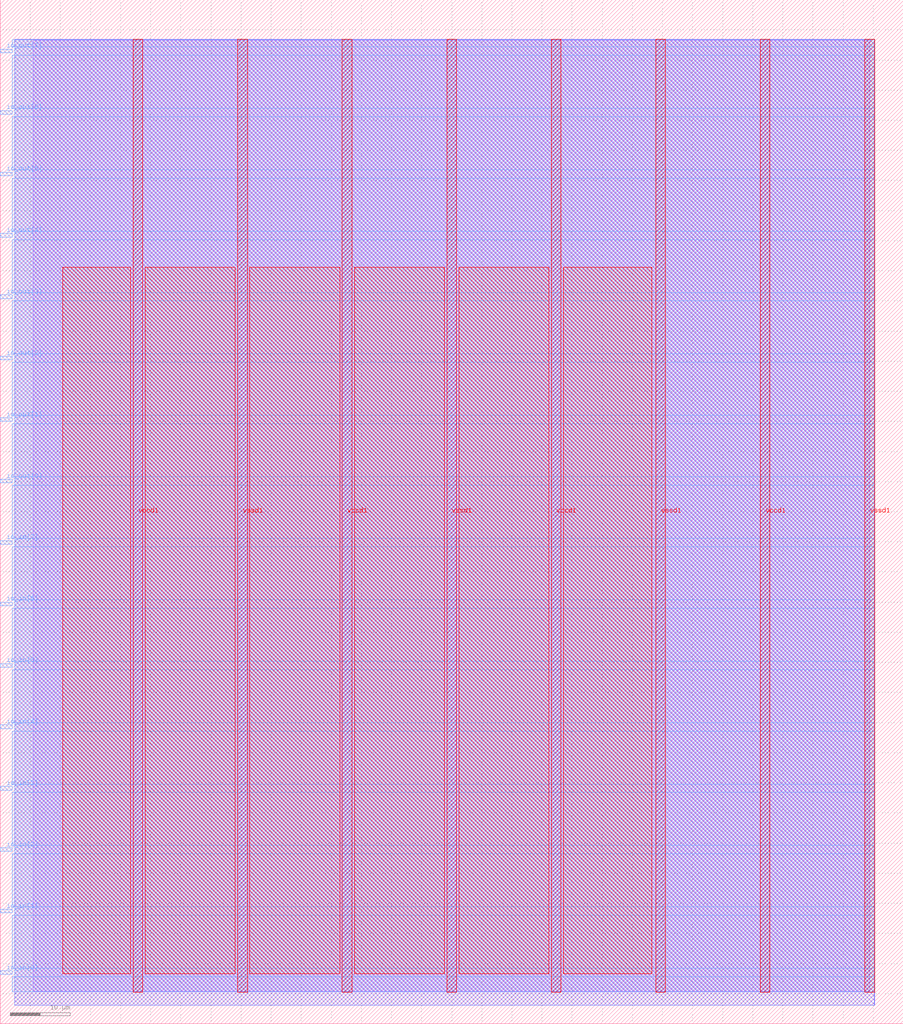
<source format=lef>
VERSION 5.7 ;
  NOWIREEXTENSIONATPIN ON ;
  DIVIDERCHAR "/" ;
  BUSBITCHARS "[]" ;
MACRO gbsha_ttfir_top
  CLASS BLOCK ;
  FOREIGN gbsha_ttfir_top ;
  ORIGIN 0.000 0.000 ;
  SIZE 150.000 BY 170.000 ;
  PIN io_in[0]
    DIRECTION INPUT ;
    USE SIGNAL ;
    PORT
      LAYER met3 ;
        RECT 0.000 8.200 2.000 8.800 ;
    END
  END io_in[0]
  PIN io_in[1]
    DIRECTION INPUT ;
    USE SIGNAL ;
    PORT
      LAYER met3 ;
        RECT 0.000 18.400 2.000 19.000 ;
    END
  END io_in[1]
  PIN io_in[2]
    DIRECTION INPUT ;
    USE SIGNAL ;
    PORT
      LAYER met3 ;
        RECT 0.000 28.600 2.000 29.200 ;
    END
  END io_in[2]
  PIN io_in[3]
    DIRECTION INPUT ;
    USE SIGNAL ;
    PORT
      LAYER met3 ;
        RECT 0.000 38.800 2.000 39.400 ;
    END
  END io_in[3]
  PIN io_in[4]
    DIRECTION INPUT ;
    USE SIGNAL ;
    PORT
      LAYER met3 ;
        RECT 0.000 49.000 2.000 49.600 ;
    END
  END io_in[4]
  PIN io_in[5]
    DIRECTION INPUT ;
    USE SIGNAL ;
    PORT
      LAYER met3 ;
        RECT 0.000 59.200 2.000 59.800 ;
    END
  END io_in[5]
  PIN io_in[6]
    DIRECTION INPUT ;
    USE SIGNAL ;
    PORT
      LAYER met3 ;
        RECT 0.000 69.400 2.000 70.000 ;
    END
  END io_in[6]
  PIN io_in[7]
    DIRECTION INPUT ;
    USE SIGNAL ;
    PORT
      LAYER met3 ;
        RECT 0.000 79.600 2.000 80.200 ;
    END
  END io_in[7]
  PIN io_out[0]
    DIRECTION OUTPUT TRISTATE ;
    USE SIGNAL ;
    PORT
      LAYER met3 ;
        RECT 0.000 89.800 2.000 90.400 ;
    END
  END io_out[0]
  PIN io_out[1]
    DIRECTION OUTPUT TRISTATE ;
    USE SIGNAL ;
    PORT
      LAYER met3 ;
        RECT 0.000 100.000 2.000 100.600 ;
    END
  END io_out[1]
  PIN io_out[2]
    DIRECTION OUTPUT TRISTATE ;
    USE SIGNAL ;
    PORT
      LAYER met3 ;
        RECT 0.000 110.200 2.000 110.800 ;
    END
  END io_out[2]
  PIN io_out[3]
    DIRECTION OUTPUT TRISTATE ;
    USE SIGNAL ;
    PORT
      LAYER met3 ;
        RECT 0.000 120.400 2.000 121.000 ;
    END
  END io_out[3]
  PIN io_out[4]
    DIRECTION OUTPUT TRISTATE ;
    USE SIGNAL ;
    PORT
      LAYER met3 ;
        RECT 0.000 130.600 2.000 131.200 ;
    END
  END io_out[4]
  PIN io_out[5]
    DIRECTION OUTPUT TRISTATE ;
    USE SIGNAL ;
    PORT
      LAYER met3 ;
        RECT 0.000 140.800 2.000 141.400 ;
    END
  END io_out[5]
  PIN io_out[6]
    DIRECTION OUTPUT TRISTATE ;
    USE SIGNAL ;
    PORT
      LAYER met3 ;
        RECT 0.000 151.000 2.000 151.600 ;
    END
  END io_out[6]
  PIN io_out[7]
    DIRECTION OUTPUT TRISTATE ;
    USE SIGNAL ;
    PORT
      LAYER met3 ;
        RECT 0.000 161.200 2.000 161.800 ;
    END
  END io_out[7]
  PIN vccd1
    DIRECTION INOUT ;
    USE POWER ;
    PORT
      LAYER met4 ;
        RECT 22.085 5.200 23.685 163.440 ;
    END
    PORT
      LAYER met4 ;
        RECT 56.815 5.200 58.415 163.440 ;
    END
    PORT
      LAYER met4 ;
        RECT 91.545 5.200 93.145 163.440 ;
    END
    PORT
      LAYER met4 ;
        RECT 126.275 5.200 127.875 163.440 ;
    END
  END vccd1
  PIN vssd1
    DIRECTION INOUT ;
    USE GROUND ;
    PORT
      LAYER met4 ;
        RECT 39.450 5.200 41.050 163.440 ;
    END
    PORT
      LAYER met4 ;
        RECT 74.180 5.200 75.780 163.440 ;
    END
    PORT
      LAYER met4 ;
        RECT 108.910 5.200 110.510 163.440 ;
    END
    PORT
      LAYER met4 ;
        RECT 143.640 5.200 145.240 163.440 ;
    END
  END vssd1
  OBS
      LAYER li1 ;
        RECT 5.520 5.355 144.440 163.285 ;
      LAYER met1 ;
        RECT 2.370 3.100 145.240 163.440 ;
      LAYER met2 ;
        RECT 2.390 3.070 145.210 163.385 ;
      LAYER met3 ;
        RECT 2.000 162.200 145.230 163.365 ;
        RECT 2.400 160.800 145.230 162.200 ;
        RECT 2.000 152.000 145.230 160.800 ;
        RECT 2.400 150.600 145.230 152.000 ;
        RECT 2.000 141.800 145.230 150.600 ;
        RECT 2.400 140.400 145.230 141.800 ;
        RECT 2.000 131.600 145.230 140.400 ;
        RECT 2.400 130.200 145.230 131.600 ;
        RECT 2.000 121.400 145.230 130.200 ;
        RECT 2.400 120.000 145.230 121.400 ;
        RECT 2.000 111.200 145.230 120.000 ;
        RECT 2.400 109.800 145.230 111.200 ;
        RECT 2.000 101.000 145.230 109.800 ;
        RECT 2.400 99.600 145.230 101.000 ;
        RECT 2.000 90.800 145.230 99.600 ;
        RECT 2.400 89.400 145.230 90.800 ;
        RECT 2.000 80.600 145.230 89.400 ;
        RECT 2.400 79.200 145.230 80.600 ;
        RECT 2.000 70.400 145.230 79.200 ;
        RECT 2.400 69.000 145.230 70.400 ;
        RECT 2.000 60.200 145.230 69.000 ;
        RECT 2.400 58.800 145.230 60.200 ;
        RECT 2.000 50.000 145.230 58.800 ;
        RECT 2.400 48.600 145.230 50.000 ;
        RECT 2.000 39.800 145.230 48.600 ;
        RECT 2.400 38.400 145.230 39.800 ;
        RECT 2.000 29.600 145.230 38.400 ;
        RECT 2.400 28.200 145.230 29.600 ;
        RECT 2.000 19.400 145.230 28.200 ;
        RECT 2.400 18.000 145.230 19.400 ;
        RECT 2.000 9.200 145.230 18.000 ;
        RECT 2.400 7.800 145.230 9.200 ;
        RECT 2.000 5.275 145.230 7.800 ;
      LAYER met4 ;
        RECT 10.415 8.335 21.685 125.625 ;
        RECT 24.085 8.335 39.050 125.625 ;
        RECT 41.450 8.335 56.415 125.625 ;
        RECT 58.815 8.335 73.780 125.625 ;
        RECT 76.180 8.335 91.145 125.625 ;
        RECT 93.545 8.335 108.265 125.625 ;
  END
END gbsha_ttfir_top
END LIBRARY


</source>
